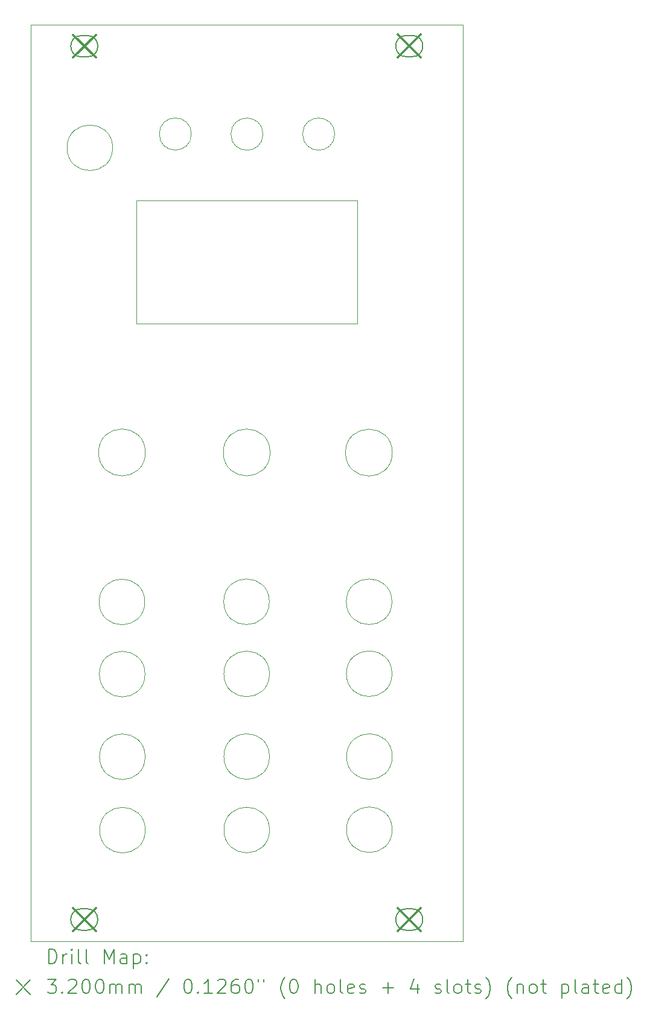
<source format=gbr>
%FSLAX45Y45*%
G04 Gerber Fmt 4.5, Leading zero omitted, Abs format (unit mm)*
G04 Created by KiCad (PCBNEW (6.0.0-0)) date 2022-05-01 23:04:05*
%MOMM*%
%LPD*%
G01*
G04 APERTURE LIST*
%TA.AperFunction,Profile*%
%ADD10C,0.100000*%
%TD*%
%ADD11C,0.200000*%
%ADD12C,0.320000*%
G04 APERTURE END LIST*
D10*
X3598816Y-10093200D02*
G75*
G03*
X3598816Y-10093200I-320000J0D01*
G01*
X7069816Y-12261200D02*
G75*
G03*
X7069816Y-12261200I-320000J0D01*
G01*
X3481536Y-4462640D02*
X6577136Y-4462640D01*
X6577136Y-4462640D02*
X6577136Y-6191720D01*
X6577136Y-6191720D02*
X3481536Y-6191720D01*
X3481536Y-6191720D02*
X3481536Y-4462640D01*
X7066816Y-11099200D02*
G75*
G03*
X7066816Y-11099200I-320000J0D01*
G01*
X1999000Y-1998000D02*
X8059000Y-1998000D01*
X8059000Y-1998000D02*
X8059000Y-14848000D01*
X8059000Y-14848000D02*
X1999000Y-14848000D01*
X1999000Y-14848000D02*
X1999000Y-1998000D01*
X5356996Y-7996720D02*
G75*
G03*
X5356996Y-7996720I-328476J0D01*
G01*
X3148000Y-3724429D02*
G75*
G03*
X3148000Y-3724429I-320000J0D01*
G01*
X5256816Y-3533200D02*
G75*
G03*
X5256816Y-3533200I-225000J0D01*
G01*
X3606936Y-7996720D02*
G75*
G03*
X3606936Y-7996720I-328476J0D01*
G01*
X7071496Y-7999260D02*
G75*
G03*
X7071496Y-7999260I-328476J0D01*
G01*
X5347816Y-12261200D02*
G75*
G03*
X5347816Y-12261200I-320000J0D01*
G01*
X4252311Y-3531400D02*
G75*
G03*
X4252311Y-3531400I-225000J0D01*
G01*
X3601816Y-11105200D02*
G75*
G03*
X3601816Y-11105200I-320000J0D01*
G01*
X6262816Y-3532200D02*
G75*
G03*
X6262816Y-3532200I-225000J0D01*
G01*
X7065816Y-10090200D02*
G75*
G03*
X7065816Y-10090200I-320000J0D01*
G01*
X5345816Y-10090200D02*
G75*
G03*
X5345816Y-10090200I-320000J0D01*
G01*
X7068816Y-13287200D02*
G75*
G03*
X7068816Y-13287200I-320000J0D01*
G01*
X5347816Y-11102200D02*
G75*
G03*
X5347816Y-11102200I-320000J0D01*
G01*
X3603816Y-12264200D02*
G75*
G03*
X3603816Y-12264200I-320000J0D01*
G01*
X3605816Y-13293200D02*
G75*
G03*
X3605816Y-13293200I-320000J0D01*
G01*
X5348816Y-13291200D02*
G75*
G03*
X5348816Y-13291200I-320000J0D01*
G01*
D11*
D12*
X2589816Y-14386200D02*
X2909816Y-14706200D01*
X2909816Y-14386200D02*
X2589816Y-14706200D01*
D11*
X2709816Y-14696200D02*
X2789816Y-14696200D01*
X2709816Y-14396200D02*
X2789816Y-14396200D01*
X2789816Y-14696200D02*
G75*
G03*
X2789816Y-14396200I0J150000D01*
G01*
X2709816Y-14396200D02*
G75*
G03*
X2709816Y-14696200I0J-150000D01*
G01*
D12*
X2590816Y-2140200D02*
X2910816Y-2460200D01*
X2910816Y-2140200D02*
X2590816Y-2460200D01*
D11*
X2710816Y-2450200D02*
X2790816Y-2450200D01*
X2710816Y-2150200D02*
X2790816Y-2150200D01*
X2790816Y-2450200D02*
G75*
G03*
X2790816Y-2150200I0J150000D01*
G01*
X2710816Y-2150200D02*
G75*
G03*
X2710816Y-2450200I0J-150000D01*
G01*
D12*
X7148816Y-2138200D02*
X7468816Y-2458200D01*
X7468816Y-2138200D02*
X7148816Y-2458200D01*
D11*
X7348816Y-2148200D02*
X7268816Y-2148200D01*
X7348816Y-2448200D02*
X7268816Y-2448200D01*
X7268816Y-2148200D02*
G75*
G03*
X7268816Y-2448200I0J-150000D01*
G01*
X7348816Y-2448200D02*
G75*
G03*
X7348816Y-2148200I0J150000D01*
G01*
D12*
X7148816Y-14387200D02*
X7468816Y-14707200D01*
X7468816Y-14387200D02*
X7148816Y-14707200D01*
D11*
X7348816Y-14397200D02*
X7268816Y-14397200D01*
X7348816Y-14697200D02*
X7268816Y-14697200D01*
X7268816Y-14397200D02*
G75*
G03*
X7268816Y-14697200I0J-150000D01*
G01*
X7348816Y-14697200D02*
G75*
G03*
X7348816Y-14397200I0J150000D01*
G01*
X2251619Y-15163476D02*
X2251619Y-14963476D01*
X2299238Y-14963476D01*
X2327810Y-14973000D01*
X2346857Y-14992048D01*
X2356381Y-15011095D01*
X2365905Y-15049190D01*
X2365905Y-15077762D01*
X2356381Y-15115857D01*
X2346857Y-15134905D01*
X2327810Y-15153952D01*
X2299238Y-15163476D01*
X2251619Y-15163476D01*
X2451619Y-15163476D02*
X2451619Y-15030143D01*
X2451619Y-15068238D02*
X2461143Y-15049190D01*
X2470667Y-15039667D01*
X2489714Y-15030143D01*
X2508762Y-15030143D01*
X2575429Y-15163476D02*
X2575429Y-15030143D01*
X2575429Y-14963476D02*
X2565905Y-14973000D01*
X2575429Y-14982524D01*
X2584952Y-14973000D01*
X2575429Y-14963476D01*
X2575429Y-14982524D01*
X2699238Y-15163476D02*
X2680190Y-15153952D01*
X2670667Y-15134905D01*
X2670667Y-14963476D01*
X2804000Y-15163476D02*
X2784952Y-15153952D01*
X2775429Y-15134905D01*
X2775429Y-14963476D01*
X3032571Y-15163476D02*
X3032571Y-14963476D01*
X3099238Y-15106333D01*
X3165905Y-14963476D01*
X3165905Y-15163476D01*
X3346857Y-15163476D02*
X3346857Y-15058714D01*
X3337333Y-15039667D01*
X3318286Y-15030143D01*
X3280190Y-15030143D01*
X3261143Y-15039667D01*
X3346857Y-15153952D02*
X3327809Y-15163476D01*
X3280190Y-15163476D01*
X3261143Y-15153952D01*
X3251619Y-15134905D01*
X3251619Y-15115857D01*
X3261143Y-15096809D01*
X3280190Y-15087286D01*
X3327809Y-15087286D01*
X3346857Y-15077762D01*
X3442095Y-15030143D02*
X3442095Y-15230143D01*
X3442095Y-15039667D02*
X3461143Y-15030143D01*
X3499238Y-15030143D01*
X3518286Y-15039667D01*
X3527809Y-15049190D01*
X3537333Y-15068238D01*
X3537333Y-15125381D01*
X3527809Y-15144428D01*
X3518286Y-15153952D01*
X3499238Y-15163476D01*
X3461143Y-15163476D01*
X3442095Y-15153952D01*
X3623048Y-15144428D02*
X3632571Y-15153952D01*
X3623048Y-15163476D01*
X3613524Y-15153952D01*
X3623048Y-15144428D01*
X3623048Y-15163476D01*
X3623048Y-15039667D02*
X3632571Y-15049190D01*
X3623048Y-15058714D01*
X3613524Y-15049190D01*
X3623048Y-15039667D01*
X3623048Y-15058714D01*
X1794000Y-15393000D02*
X1994000Y-15593000D01*
X1994000Y-15393000D02*
X1794000Y-15593000D01*
X2232571Y-15383476D02*
X2356381Y-15383476D01*
X2289714Y-15459667D01*
X2318286Y-15459667D01*
X2337333Y-15469190D01*
X2346857Y-15478714D01*
X2356381Y-15497762D01*
X2356381Y-15545381D01*
X2346857Y-15564428D01*
X2337333Y-15573952D01*
X2318286Y-15583476D01*
X2261143Y-15583476D01*
X2242095Y-15573952D01*
X2232571Y-15564428D01*
X2442095Y-15564428D02*
X2451619Y-15573952D01*
X2442095Y-15583476D01*
X2432571Y-15573952D01*
X2442095Y-15564428D01*
X2442095Y-15583476D01*
X2527810Y-15402524D02*
X2537333Y-15393000D01*
X2556381Y-15383476D01*
X2604000Y-15383476D01*
X2623048Y-15393000D01*
X2632571Y-15402524D01*
X2642095Y-15421571D01*
X2642095Y-15440619D01*
X2632571Y-15469190D01*
X2518286Y-15583476D01*
X2642095Y-15583476D01*
X2765905Y-15383476D02*
X2784952Y-15383476D01*
X2804000Y-15393000D01*
X2813524Y-15402524D01*
X2823048Y-15421571D01*
X2832571Y-15459667D01*
X2832571Y-15507286D01*
X2823048Y-15545381D01*
X2813524Y-15564428D01*
X2804000Y-15573952D01*
X2784952Y-15583476D01*
X2765905Y-15583476D01*
X2746857Y-15573952D01*
X2737333Y-15564428D01*
X2727810Y-15545381D01*
X2718286Y-15507286D01*
X2718286Y-15459667D01*
X2727810Y-15421571D01*
X2737333Y-15402524D01*
X2746857Y-15393000D01*
X2765905Y-15383476D01*
X2956381Y-15383476D02*
X2975428Y-15383476D01*
X2994476Y-15393000D01*
X3004000Y-15402524D01*
X3013524Y-15421571D01*
X3023048Y-15459667D01*
X3023048Y-15507286D01*
X3013524Y-15545381D01*
X3004000Y-15564428D01*
X2994476Y-15573952D01*
X2975428Y-15583476D01*
X2956381Y-15583476D01*
X2937333Y-15573952D01*
X2927809Y-15564428D01*
X2918286Y-15545381D01*
X2908762Y-15507286D01*
X2908762Y-15459667D01*
X2918286Y-15421571D01*
X2927809Y-15402524D01*
X2937333Y-15393000D01*
X2956381Y-15383476D01*
X3108762Y-15583476D02*
X3108762Y-15450143D01*
X3108762Y-15469190D02*
X3118286Y-15459667D01*
X3137333Y-15450143D01*
X3165905Y-15450143D01*
X3184952Y-15459667D01*
X3194476Y-15478714D01*
X3194476Y-15583476D01*
X3194476Y-15478714D02*
X3204000Y-15459667D01*
X3223048Y-15450143D01*
X3251619Y-15450143D01*
X3270667Y-15459667D01*
X3280190Y-15478714D01*
X3280190Y-15583476D01*
X3375428Y-15583476D02*
X3375428Y-15450143D01*
X3375428Y-15469190D02*
X3384952Y-15459667D01*
X3404000Y-15450143D01*
X3432571Y-15450143D01*
X3451619Y-15459667D01*
X3461143Y-15478714D01*
X3461143Y-15583476D01*
X3461143Y-15478714D02*
X3470667Y-15459667D01*
X3489714Y-15450143D01*
X3518286Y-15450143D01*
X3537333Y-15459667D01*
X3546857Y-15478714D01*
X3546857Y-15583476D01*
X3937333Y-15373952D02*
X3765905Y-15631095D01*
X4194476Y-15383476D02*
X4213524Y-15383476D01*
X4232571Y-15393000D01*
X4242095Y-15402524D01*
X4251619Y-15421571D01*
X4261143Y-15459667D01*
X4261143Y-15507286D01*
X4251619Y-15545381D01*
X4242095Y-15564428D01*
X4232571Y-15573952D01*
X4213524Y-15583476D01*
X4194476Y-15583476D01*
X4175428Y-15573952D01*
X4165905Y-15564428D01*
X4156381Y-15545381D01*
X4146857Y-15507286D01*
X4146857Y-15459667D01*
X4156381Y-15421571D01*
X4165905Y-15402524D01*
X4175428Y-15393000D01*
X4194476Y-15383476D01*
X4346857Y-15564428D02*
X4356381Y-15573952D01*
X4346857Y-15583476D01*
X4337333Y-15573952D01*
X4346857Y-15564428D01*
X4346857Y-15583476D01*
X4546857Y-15583476D02*
X4432571Y-15583476D01*
X4489714Y-15583476D02*
X4489714Y-15383476D01*
X4470667Y-15412048D01*
X4451619Y-15431095D01*
X4432571Y-15440619D01*
X4623048Y-15402524D02*
X4632571Y-15393000D01*
X4651619Y-15383476D01*
X4699238Y-15383476D01*
X4718286Y-15393000D01*
X4727810Y-15402524D01*
X4737333Y-15421571D01*
X4737333Y-15440619D01*
X4727810Y-15469190D01*
X4613524Y-15583476D01*
X4737333Y-15583476D01*
X4908762Y-15383476D02*
X4870667Y-15383476D01*
X4851619Y-15393000D01*
X4842095Y-15402524D01*
X4823048Y-15431095D01*
X4813524Y-15469190D01*
X4813524Y-15545381D01*
X4823048Y-15564428D01*
X4832571Y-15573952D01*
X4851619Y-15583476D01*
X4889714Y-15583476D01*
X4908762Y-15573952D01*
X4918286Y-15564428D01*
X4927810Y-15545381D01*
X4927810Y-15497762D01*
X4918286Y-15478714D01*
X4908762Y-15469190D01*
X4889714Y-15459667D01*
X4851619Y-15459667D01*
X4832571Y-15469190D01*
X4823048Y-15478714D01*
X4813524Y-15497762D01*
X5051619Y-15383476D02*
X5070667Y-15383476D01*
X5089714Y-15393000D01*
X5099238Y-15402524D01*
X5108762Y-15421571D01*
X5118286Y-15459667D01*
X5118286Y-15507286D01*
X5108762Y-15545381D01*
X5099238Y-15564428D01*
X5089714Y-15573952D01*
X5070667Y-15583476D01*
X5051619Y-15583476D01*
X5032571Y-15573952D01*
X5023048Y-15564428D01*
X5013524Y-15545381D01*
X5004000Y-15507286D01*
X5004000Y-15459667D01*
X5013524Y-15421571D01*
X5023048Y-15402524D01*
X5032571Y-15393000D01*
X5051619Y-15383476D01*
X5194476Y-15383476D02*
X5194476Y-15421571D01*
X5270667Y-15383476D02*
X5270667Y-15421571D01*
X5565905Y-15659667D02*
X5556381Y-15650143D01*
X5537333Y-15621571D01*
X5527810Y-15602524D01*
X5518286Y-15573952D01*
X5508762Y-15526333D01*
X5508762Y-15488238D01*
X5518286Y-15440619D01*
X5527810Y-15412048D01*
X5537333Y-15393000D01*
X5556381Y-15364428D01*
X5565905Y-15354905D01*
X5680190Y-15383476D02*
X5699238Y-15383476D01*
X5718286Y-15393000D01*
X5727809Y-15402524D01*
X5737333Y-15421571D01*
X5746857Y-15459667D01*
X5746857Y-15507286D01*
X5737333Y-15545381D01*
X5727809Y-15564428D01*
X5718286Y-15573952D01*
X5699238Y-15583476D01*
X5680190Y-15583476D01*
X5661143Y-15573952D01*
X5651619Y-15564428D01*
X5642095Y-15545381D01*
X5632571Y-15507286D01*
X5632571Y-15459667D01*
X5642095Y-15421571D01*
X5651619Y-15402524D01*
X5661143Y-15393000D01*
X5680190Y-15383476D01*
X5984952Y-15583476D02*
X5984952Y-15383476D01*
X6070667Y-15583476D02*
X6070667Y-15478714D01*
X6061143Y-15459667D01*
X6042095Y-15450143D01*
X6013524Y-15450143D01*
X5994476Y-15459667D01*
X5984952Y-15469190D01*
X6194476Y-15583476D02*
X6175428Y-15573952D01*
X6165905Y-15564428D01*
X6156381Y-15545381D01*
X6156381Y-15488238D01*
X6165905Y-15469190D01*
X6175428Y-15459667D01*
X6194476Y-15450143D01*
X6223048Y-15450143D01*
X6242095Y-15459667D01*
X6251619Y-15469190D01*
X6261143Y-15488238D01*
X6261143Y-15545381D01*
X6251619Y-15564428D01*
X6242095Y-15573952D01*
X6223048Y-15583476D01*
X6194476Y-15583476D01*
X6375428Y-15583476D02*
X6356381Y-15573952D01*
X6346857Y-15554905D01*
X6346857Y-15383476D01*
X6527809Y-15573952D02*
X6508762Y-15583476D01*
X6470667Y-15583476D01*
X6451619Y-15573952D01*
X6442095Y-15554905D01*
X6442095Y-15478714D01*
X6451619Y-15459667D01*
X6470667Y-15450143D01*
X6508762Y-15450143D01*
X6527809Y-15459667D01*
X6537333Y-15478714D01*
X6537333Y-15497762D01*
X6442095Y-15516809D01*
X6613524Y-15573952D02*
X6632571Y-15583476D01*
X6670667Y-15583476D01*
X6689714Y-15573952D01*
X6699238Y-15554905D01*
X6699238Y-15545381D01*
X6689714Y-15526333D01*
X6670667Y-15516809D01*
X6642095Y-15516809D01*
X6623048Y-15507286D01*
X6613524Y-15488238D01*
X6613524Y-15478714D01*
X6623048Y-15459667D01*
X6642095Y-15450143D01*
X6670667Y-15450143D01*
X6689714Y-15459667D01*
X6937333Y-15507286D02*
X7089714Y-15507286D01*
X7013524Y-15583476D02*
X7013524Y-15431095D01*
X7423048Y-15450143D02*
X7423048Y-15583476D01*
X7375428Y-15373952D02*
X7327809Y-15516809D01*
X7451619Y-15516809D01*
X7670667Y-15573952D02*
X7689714Y-15583476D01*
X7727809Y-15583476D01*
X7746857Y-15573952D01*
X7756381Y-15554905D01*
X7756381Y-15545381D01*
X7746857Y-15526333D01*
X7727809Y-15516809D01*
X7699238Y-15516809D01*
X7680190Y-15507286D01*
X7670667Y-15488238D01*
X7670667Y-15478714D01*
X7680190Y-15459667D01*
X7699238Y-15450143D01*
X7727809Y-15450143D01*
X7746857Y-15459667D01*
X7870667Y-15583476D02*
X7851619Y-15573952D01*
X7842095Y-15554905D01*
X7842095Y-15383476D01*
X7975428Y-15583476D02*
X7956381Y-15573952D01*
X7946857Y-15564428D01*
X7937333Y-15545381D01*
X7937333Y-15488238D01*
X7946857Y-15469190D01*
X7956381Y-15459667D01*
X7975428Y-15450143D01*
X8004000Y-15450143D01*
X8023048Y-15459667D01*
X8032571Y-15469190D01*
X8042095Y-15488238D01*
X8042095Y-15545381D01*
X8032571Y-15564428D01*
X8023048Y-15573952D01*
X8004000Y-15583476D01*
X7975428Y-15583476D01*
X8099238Y-15450143D02*
X8175428Y-15450143D01*
X8127809Y-15383476D02*
X8127809Y-15554905D01*
X8137333Y-15573952D01*
X8156381Y-15583476D01*
X8175428Y-15583476D01*
X8232571Y-15573952D02*
X8251619Y-15583476D01*
X8289714Y-15583476D01*
X8308762Y-15573952D01*
X8318286Y-15554905D01*
X8318286Y-15545381D01*
X8308762Y-15526333D01*
X8289714Y-15516809D01*
X8261143Y-15516809D01*
X8242095Y-15507286D01*
X8232571Y-15488238D01*
X8232571Y-15478714D01*
X8242095Y-15459667D01*
X8261143Y-15450143D01*
X8289714Y-15450143D01*
X8308762Y-15459667D01*
X8384952Y-15659667D02*
X8394476Y-15650143D01*
X8413524Y-15621571D01*
X8423048Y-15602524D01*
X8432571Y-15573952D01*
X8442095Y-15526333D01*
X8442095Y-15488238D01*
X8432571Y-15440619D01*
X8423048Y-15412048D01*
X8413524Y-15393000D01*
X8394476Y-15364428D01*
X8384952Y-15354905D01*
X8746857Y-15659667D02*
X8737333Y-15650143D01*
X8718286Y-15621571D01*
X8708762Y-15602524D01*
X8699238Y-15573952D01*
X8689714Y-15526333D01*
X8689714Y-15488238D01*
X8699238Y-15440619D01*
X8708762Y-15412048D01*
X8718286Y-15393000D01*
X8737333Y-15364428D01*
X8746857Y-15354905D01*
X8823048Y-15450143D02*
X8823048Y-15583476D01*
X8823048Y-15469190D02*
X8832571Y-15459667D01*
X8851619Y-15450143D01*
X8880190Y-15450143D01*
X8899238Y-15459667D01*
X8908762Y-15478714D01*
X8908762Y-15583476D01*
X9032571Y-15583476D02*
X9013524Y-15573952D01*
X9004000Y-15564428D01*
X8994476Y-15545381D01*
X8994476Y-15488238D01*
X9004000Y-15469190D01*
X9013524Y-15459667D01*
X9032571Y-15450143D01*
X9061143Y-15450143D01*
X9080190Y-15459667D01*
X9089714Y-15469190D01*
X9099238Y-15488238D01*
X9099238Y-15545381D01*
X9089714Y-15564428D01*
X9080190Y-15573952D01*
X9061143Y-15583476D01*
X9032571Y-15583476D01*
X9156381Y-15450143D02*
X9232571Y-15450143D01*
X9184952Y-15383476D02*
X9184952Y-15554905D01*
X9194476Y-15573952D01*
X9213524Y-15583476D01*
X9232571Y-15583476D01*
X9451619Y-15450143D02*
X9451619Y-15650143D01*
X9451619Y-15459667D02*
X9470667Y-15450143D01*
X9508762Y-15450143D01*
X9527810Y-15459667D01*
X9537333Y-15469190D01*
X9546857Y-15488238D01*
X9546857Y-15545381D01*
X9537333Y-15564428D01*
X9527810Y-15573952D01*
X9508762Y-15583476D01*
X9470667Y-15583476D01*
X9451619Y-15573952D01*
X9661143Y-15583476D02*
X9642095Y-15573952D01*
X9632571Y-15554905D01*
X9632571Y-15383476D01*
X9823048Y-15583476D02*
X9823048Y-15478714D01*
X9813524Y-15459667D01*
X9794476Y-15450143D01*
X9756381Y-15450143D01*
X9737333Y-15459667D01*
X9823048Y-15573952D02*
X9804000Y-15583476D01*
X9756381Y-15583476D01*
X9737333Y-15573952D01*
X9727810Y-15554905D01*
X9727810Y-15535857D01*
X9737333Y-15516809D01*
X9756381Y-15507286D01*
X9804000Y-15507286D01*
X9823048Y-15497762D01*
X9889714Y-15450143D02*
X9965905Y-15450143D01*
X9918286Y-15383476D02*
X9918286Y-15554905D01*
X9927810Y-15573952D01*
X9946857Y-15583476D01*
X9965905Y-15583476D01*
X10108762Y-15573952D02*
X10089714Y-15583476D01*
X10051619Y-15583476D01*
X10032571Y-15573952D01*
X10023048Y-15554905D01*
X10023048Y-15478714D01*
X10032571Y-15459667D01*
X10051619Y-15450143D01*
X10089714Y-15450143D01*
X10108762Y-15459667D01*
X10118286Y-15478714D01*
X10118286Y-15497762D01*
X10023048Y-15516809D01*
X10289714Y-15583476D02*
X10289714Y-15383476D01*
X10289714Y-15573952D02*
X10270667Y-15583476D01*
X10232571Y-15583476D01*
X10213524Y-15573952D01*
X10204000Y-15564428D01*
X10194476Y-15545381D01*
X10194476Y-15488238D01*
X10204000Y-15469190D01*
X10213524Y-15459667D01*
X10232571Y-15450143D01*
X10270667Y-15450143D01*
X10289714Y-15459667D01*
X10365905Y-15659667D02*
X10375429Y-15650143D01*
X10394476Y-15621571D01*
X10404000Y-15602524D01*
X10413524Y-15573952D01*
X10423048Y-15526333D01*
X10423048Y-15488238D01*
X10413524Y-15440619D01*
X10404000Y-15412048D01*
X10394476Y-15393000D01*
X10375429Y-15364428D01*
X10365905Y-15354905D01*
M02*

</source>
